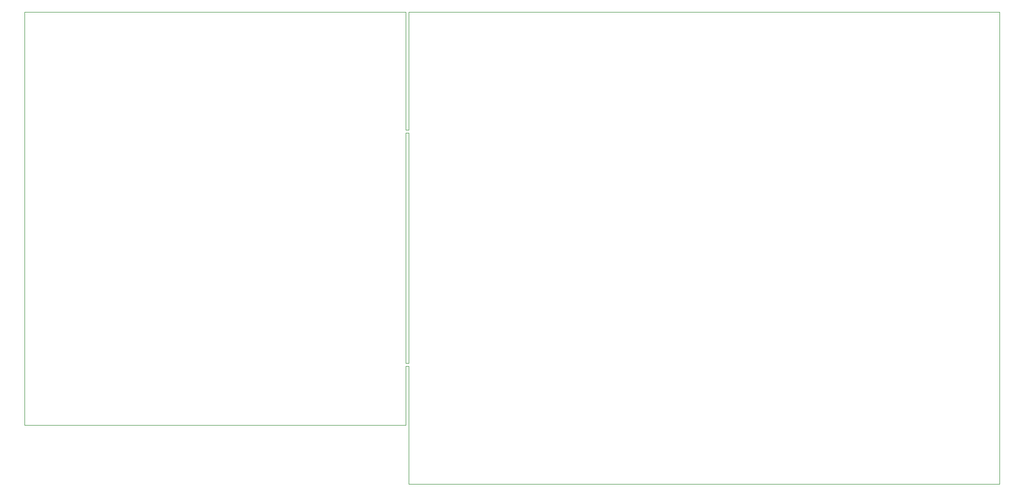
<source format=gbr>
%TF.GenerationSoftware,KiCad,Pcbnew,8.0.3*%
%TF.CreationDate,2024-07-22T10:46:32+07:00*%
%TF.ProjectId,pcb_edspert_v3,7063625f-6564-4737-9065-72745f76332e,rev?*%
%TF.SameCoordinates,Original*%
%TF.FileFunction,Profile,NP*%
%FSLAX46Y46*%
G04 Gerber Fmt 4.6, Leading zero omitted, Abs format (unit mm)*
G04 Created by KiCad (PCBNEW 8.0.3) date 2024-07-22 10:46:32*
%MOMM*%
%LPD*%
G01*
G04 APERTURE LIST*
%TA.AperFunction,Profile*%
%ADD10C,0.050000*%
%TD*%
G04 APERTURE END LIST*
D10*
X140000000Y-69000000D02*
X139500000Y-69000000D01*
X140000000Y-129000000D02*
X240000000Y-129000000D01*
X75000000Y-49000000D02*
X75000000Y-119000000D01*
X139500000Y-69000000D02*
X139500000Y-49000000D01*
X240000000Y-49000000D02*
X140000000Y-49000000D01*
X139500000Y-49000000D02*
X78500000Y-49000000D01*
X139500000Y-109000000D02*
X139500000Y-119000000D01*
X140000000Y-49000000D02*
X140000000Y-69000000D01*
X139500000Y-109000000D02*
X140000000Y-109000000D01*
X78500000Y-49000000D02*
X75000000Y-49000000D01*
X240000000Y-129000000D02*
X240000000Y-49000000D01*
X139500000Y-69500000D02*
X139500000Y-108500000D01*
X140000000Y-108500000D02*
X139500000Y-108500000D01*
X139500000Y-69500000D02*
X140000000Y-69500000D01*
X140000000Y-69500000D02*
X140000000Y-108500000D01*
X140000000Y-109000000D02*
X140000000Y-129000000D01*
X75000000Y-119000000D02*
X139500000Y-119000000D01*
M02*

</source>
